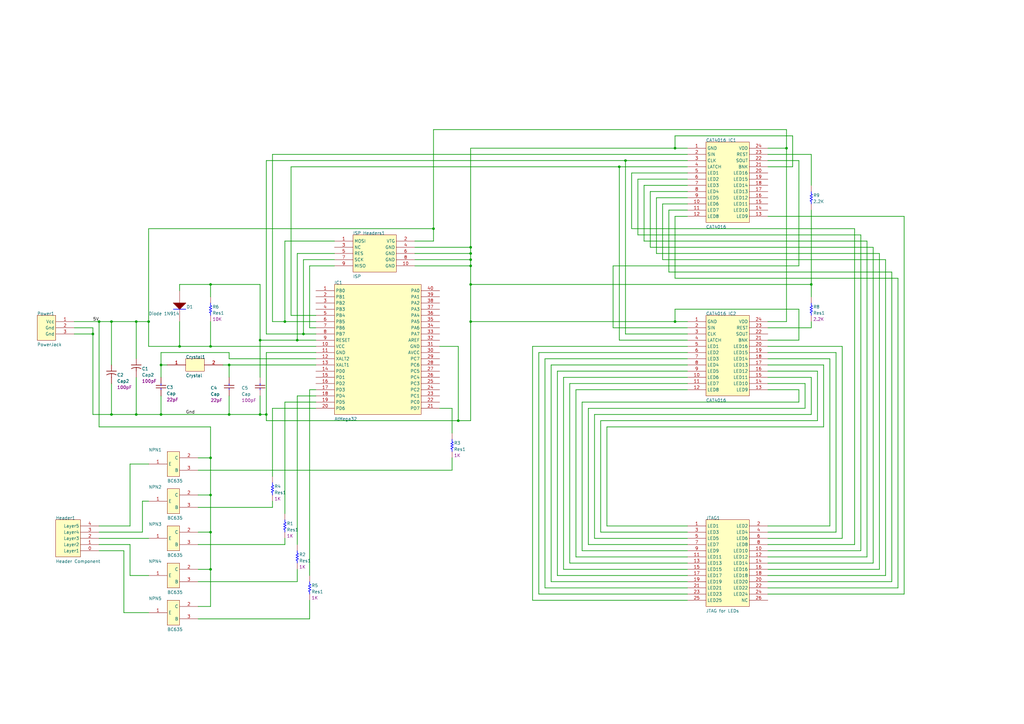
<source format=kicad_sch>
(kicad_sch (version 20231120) (generator "eeschema") (generator_version "8.0")
  (paper "A3")
  (title_block (title "5x5x5 LED Cube"))
  (lib_symbols
    (symbol "LedClock-altium-import:root_0_AtMega32"
      (symbol "root_0_AtMega32_1_0"
        (rectangle (start 20.32 96.52) (end -15.24 43.18) (fill (type background)))
        (pin passive line (at -22.86 93.98 0) (length 7.62) (name "PB0") (number "1"))
        (pin passive line (at -22.86 71.12 0) (length 7.62) (name "VCC") (number "10"))
        (pin passive line (at -22.86 68.58 0) (length 7.62) (name "GND") (number "11"))
        (pin passive line (at -22.86 66.04 0) (length 7.62) (name "XALT2") (number "12"))
        (pin passive line (at -22.86 63.5 0) (length 7.62) (name "XALT1") (number "13"))
        (pin passive line (at -22.86 60.96 0) (length 7.62) (name "PD0") (number "14"))
        (pin passive line (at -22.86 58.42 0) (length 7.62) (name "PD1") (number "15"))
        (pin passive line (at -22.86 55.88 0) (length 7.62) (name "PD2") (number "16"))
        (pin passive line (at -22.86 53.34 0) (length 7.62) (name "PD3") (number "17"))
        (pin passive line (at -22.86 50.8 0) (length 7.62) (name "PD4") (number "18"))
        (pin passive line (at -22.86 48.26 0) (length 7.62) (name "PD5") (number "19"))
        (pin passive line (at -22.86 91.44 0) (length 7.62) (name "PB1") (number "2"))
        (pin passive line (at -22.86 45.72 0) (length 7.62) (name "PD6") (number "20"))
        (pin passive line (at 27.94 45.72 180) (length 7.62) (name "PD7") (number "21"))
        (pin passive line (at 27.94 48.26 180) (length 7.62) (name "PC0") (number "22"))
        (pin passive line (at 27.94 50.8 180) (length 7.62) (name "PC1") (number "23"))
        (pin passive line (at 27.94 53.34 180) (length 7.62) (name "PC2") (number "24"))
        (pin passive line (at 27.94 55.88 180) (length 7.62) (name "PC3") (number "25"))
        (pin passive line (at 27.94 58.42 180) (length 7.62) (name "PC4") (number "26"))
        (pin passive line (at 27.94 60.96 180) (length 7.62) (name "PC5") (number "27"))
        (pin passive line (at 27.94 63.5 180) (length 7.62) (name "PC6") (number "28"))
        (pin passive line (at 27.94 66.04 180) (length 7.62) (name "PC7") (number "29"))
        (pin passive line (at -22.86 88.9 0) (length 7.62) (name "PB2") (number "3"))
        (pin passive line (at 27.94 68.58 180) (length 7.62) (name "AVCC") (number "30"))
        (pin passive line (at 27.94 71.12 180) (length 7.62) (name "GND") (number "31"))
        (pin passive line (at 27.94 73.66 180) (length 7.62) (name "AREF") (number "32"))
        (pin passive line (at 27.94 76.2 180) (length 7.62) (name "PA7") (number "33"))
        (pin passive line (at 27.94 78.74 180) (length 7.62) (name "PA6") (number "34"))
        (pin passive line (at 27.94 81.28 180) (length 7.62) (name "PA5") (number "35"))
        (pin passive line (at 27.94 83.82 180) (length 7.62) (name "PA4") (number "36"))
        (pin passive line (at 27.94 86.36 180) (length 7.62) (name "PA3") (number "37"))
        (pin passive line (at 27.94 88.9 180) (length 7.62) (name "PA2") (number "38"))
        (pin passive line (at 27.94 91.44 180) (length 7.62) (name "PA1") (number "39"))
        (pin passive line (at -22.86 86.36 0) (length 7.62) (name "PB3") (number "4"))
        (pin passive line (at 27.94 93.98 180) (length 7.62) (name "PA0") (number "40"))
        (pin passive line (at -22.86 83.82 0) (length 7.62) (name "PB4") (number "5"))
        (pin passive line (at -22.86 81.28 0) (length 7.62) (name "PB5") (number "6"))
        (pin passive line (at -22.86 78.74 0) (length 7.62) (name "PB6") (number "7"))
        (pin passive line (at -22.86 76.2 0) (length 7.62) (name "PB7") (number "8"))
        (pin passive line (at -22.86 73.66 0) (length 7.62) (name "RESET") (number "9"))
      )
    )
    (symbol "LedClock-altium-import:root_0_BC635"
      (symbol "root_0_BC635_1_0"
        (rectangle (start 7.62 -2.54) (end 2.54 -12.7) (fill (type background)))
        (pin passive line (at -5.08 -7.62 0) (length 7.62) (name "E") (number "1"))
        (pin passive line (at 15.24 -5.08 180) (length 7.62) (name "C") (number "2"))
        (pin passive line (at 15.24 -10.16 180) (length 7.62) (name "B") (number "3"))
      )
    )
    (symbol "LedClock-altium-import:root_0_Component_1"
      (symbol "root_0_Component_1_1_0"
        (rectangle (start 10.16 25.4) (end -7.62 -10.16) (fill (type background)))
        (pin passive line (at -15.24 22.86 0) (length 7.62) (name "LED1") (number "1"))
        (pin passive line (at 17.78 12.7 180) (length 7.62) (name "LED10") (number "10"))
        (pin passive line (at -15.24 10.16 0) (length 7.62) (name "LED11") (number "11"))
        (pin passive line (at 17.78 10.16 180) (length 7.62) (name "LED12") (number "12"))
        (pin passive line (at -15.24 7.62 0) (length 7.62) (name "LED13") (number "13"))
        (pin passive line (at 17.78 7.62 180) (length 7.62) (name "LED14") (number "14"))
        (pin passive line (at -15.24 5.08 0) (length 7.62) (name "LED15") (number "15"))
        (pin passive line (at 17.78 5.08 180) (length 7.62) (name "LED16") (number "16"))
        (pin passive line (at -15.24 2.54 0) (length 7.62) (name "LED17") (number "17"))
        (pin passive line (at 17.78 2.54 180) (length 7.62) (name "LED18") (number "18"))
        (pin passive line (at -15.24 0 0) (length 7.62) (name "LED19") (number "19"))
        (pin passive line (at 17.78 22.86 180) (length 7.62) (name "LED2") (number "2"))
        (pin passive line (at 17.78 0 180) (length 7.62) (name "LED20") (number "20"))
        (pin passive line (at -15.24 -2.54 0) (length 7.62) (name "LED21") (number "21"))
        (pin passive line (at 17.78 -2.54 180) (length 7.62) (name "LED22") (number "22"))
        (pin passive line (at -15.24 -5.08 0) (length 7.62) (name "LED23") (number "23"))
        (pin passive line (at 17.78 -5.08 180) (length 7.62) (name "LED24") (number "24"))
        (pin passive line (at -15.24 -7.62 0) (length 7.62) (name "LED25") (number "25"))
        (pin passive line (at 17.78 -7.62 180) (length 7.62) (name "NC") (number "26"))
        (pin passive line (at -15.24 20.32 0) (length 7.62) (name "LED3") (number "3"))
        (pin passive line (at 17.78 20.32 180) (length 7.62) (name "LED4") (number "4"))
        (pin passive line (at -15.24 17.78 0) (length 7.62) (name "LED5") (number "5"))
        (pin passive line (at 17.78 17.78 180) (length 7.62) (name "LED6") (number "6"))
        (pin passive line (at -15.24 15.24 0) (length 7.62) (name "LED7") (number "7"))
        (pin passive line (at 17.78 15.24 180) (length 7.62) (name "LED8") (number "8"))
        (pin passive line (at -15.24 12.7 0) (length 7.62) (name "LED9") (number "9"))
      )
    )
    (symbol "LedClock-altium-import:root_0_Crystal"
      (symbol "root_0_Crystal_1_0"
        (rectangle (start 0 2.54) (end -7.62 -2.54) (fill (type background)))
        (pin passive line (at -15.24 0 0) (length 7.62) (name "") (number "1"))
        (pin passive line (at 7.62 0 180) (length 7.62) (name "") (number "2"))
      )
    )
    (symbol "LedClock-altium-import:root_0_IC"
      (symbol "root_0_IC_1_0"
        (rectangle (start 10.16 17.78) (end -7.62 -15.24) (fill (type background)))
        (pin passive line (at -15.24 15.24 0) (length 7.62) (name "GND") (number "1"))
        (pin passive line (at -15.24 -7.62 0) (length 7.62) (name "LED6") (number "10"))
        (pin passive line (at -15.24 -10.16 0) (length 7.62) (name "LED7") (number "11"))
        (pin passive line (at -15.24 -12.7 0) (length 7.62) (name "LED8") (number "12"))
        (pin passive line (at 17.78 -12.7 180) (length 7.62) (name "LED9") (number "13"))
        (pin passive line (at 17.78 -10.16 180) (length 7.62) (name "LED10") (number "14"))
        (pin passive line (at 17.78 -7.62 180) (length 7.62) (name "LED11") (number "15"))
        (pin passive line (at 17.78 -5.08 180) (length 7.62) (name "LED12") (number "16"))
        (pin passive line (at 17.78 -2.54 180) (length 7.62) (name "LED13") (number "17"))
        (pin passive line (at 17.78 0 180) (length 7.62) (name "LED14") (number "18"))
        (pin passive line (at 17.78 2.54 180) (length 7.62) (name "LED15") (number "19"))
        (pin passive line (at -15.24 12.7 0) (length 7.62) (name "SIN") (number "2"))
        (pin passive line (at 17.78 5.08 180) (length 7.62) (name "LED16") (number "20"))
        (pin passive line (at 17.78 7.62 180) (length 7.62) (name "BNK") (number "21"))
        (pin passive line (at 17.78 10.16 180) (length 7.62) (name "SOUT") (number "22"))
        (pin passive line (at 17.78 12.7 180) (length 7.62) (name "REST") (number "23"))
        (pin passive line (at 17.78 15.24 180) (length 7.62) (name "VDD") (number "24"))
        (pin passive line (at -15.24 10.16 0) (length 7.62) (name "CLK") (number "3"))
        (pin passive line (at -15.24 7.62 0) (length 7.62) (name "LATCH") (number "4"))
        (pin passive line (at -15.24 5.08 0) (length 7.62) (name "LED1") (number "5"))
        (pin passive line (at -15.24 2.54 0) (length 7.62) (name "LED2") (number "6"))
        (pin passive line (at -15.24 0 0) (length 7.62) (name "LED3") (number "7"))
        (pin passive line (at -15.24 -2.54 0) (length 7.62) (name "LED4") (number "8"))
        (pin passive line (at -15.24 -5.08 0) (length 7.62) (name "LED5") (number "9"))
      )
    )
    (symbol "LedClock-altium-import:root_0_ISP"
      (symbol "root_0_ISP_1_0"
        (rectangle (start 12.7 7.62) (end -5.08 -7.62) (fill (type background)))
        (pin passive line (at -12.7 5.08 0) (length 7.62) (name "MOSI") (number "1"))
        (pin passive line (at 20.32 -5.08 180) (length 7.62) (name "GND") (number "10"))
        (pin passive line (at 20.32 5.08 180) (length 7.62) (name "VTG") (number "2"))
        (pin passive line (at -12.7 2.54 0) (length 7.62) (name "NC") (number "3"))
        (pin passive line (at 20.32 2.54 180) (length 7.62) (name "GND") (number "4"))
        (pin passive line (at -12.7 0 0) (length 7.62) (name "RES") (number "5"))
        (pin passive line (at 20.32 0 180) (length 7.62) (name "GND") (number "6"))
        (pin passive line (at -12.7 -2.54 0) (length 7.62) (name "SCK") (number "7"))
        (pin passive line (at 20.32 -2.54 180) (length 7.62) (name "GND") (number "8"))
        (pin passive line (at -12.7 -5.08 0) (length 7.62) (name "MISO") (number "9"))
      )
    )
    (symbol "LedClock-altium-import:root_0_PowerJack"
      (symbol "root_0_PowerJack_1_0"
        (rectangle (start 5.08 2.54) (end -2.54 -7.62) (fill (type background)))
        (pin passive line (at 12.7 0 180) (length 7.62) (name "Vcc") (number "1"))
        (pin passive line (at 12.7 -2.54 180) (length 7.62) (name "Gnd") (number "2"))
        (pin passive line (at 12.7 -5.08 180) (length 7.62) (name "Gnd") (number "3"))
      )
    )
    (symbol "LedClock-altium-import:root_1_Cap"
      (symbol "root_1_Cap_1_0"
        (polyline (pts (xy 0.508 1.778) (xy 4.572 1.778)) (stroke (width 0.254)))
        (polyline (pts (xy 2.54 0) (xy 2.54 0.762)) (stroke (width 0.254) (color 0 0 255 1)))
        (polyline (pts (xy 2.54 2.54) (xy 2.54 1.778)) (stroke (width 0.254) (color 0 0 255 1)))
        (polyline (pts (xy 4.572 0.762) (xy 0.508 0.762)) (stroke (width 0.254)))
        (pin passive line (at 2.54 -2.54 90) (length 2.54) (name "1") (number "1"))
        (pin passive line (at 2.54 5.08 270) (length 2.54) (name "2") (number "2"))
      )
    )
    (symbol "LedClock-altium-import:root_1_Res1"
      (symbol "root_1_Res1_1_0"
        (polyline (pts (xy 2.54 5.08) (xy 2.54 4.064) (xy 3.048 3.81) (xy 2.032 3.302) (xy 3.048 2.794) (xy 2.032 2.286) (xy 3.048 1.778) (xy 2.032 1.27) (xy 2.54 1.016) (xy 2.54 0)) (stroke (width 0.254) (color 0 0 255 1)))
        (pin passive line (at 2.54 -2.54 90) (length 2.54) (name "1") (number "1"))
        (pin passive line (at 2.54 7.62 270) (length 2.54) (name "2") (number "2"))
      )
    )
    (symbol "LedClock-altium-import:root_2_Component_1"
      (symbol "root_2_Component_1_1_0"
        (rectangle (start 5.08 7.62) (end -5.08 -7.62) (fill (type background)))
        (pin passive line (at 12.7 -5.08 180) (length 7.62) (name "Layer1") (number "0"))
        (pin passive line (at 12.7 -2.54 180) (length 7.62) (name "Layer2") (number "1"))
        (pin passive line (at 12.7 0 180) (length 7.62) (name "Layer3") (number "2"))
        (pin passive line (at 12.7 2.54 180) (length 7.62) (name "Layer4") (number "3"))
        (pin passive line (at 12.7 5.08 180) (length 7.62) (name "Layer5") (number "4"))
      )
    )
    (symbol "LedClock-altium-import:root_3_Cap2"
      (symbol "root_3_Cap2_1_0"
        (arc (start -2.54 -1.016) (mid -3.5575 -1.1454) (end -4.5103 -1.5255) (stroke (width 0.254)))
        (arc (start -0.5697 -1.5255) (mid -1.5224 -1.1454) (end -2.54 -1.016) (stroke (width 0.254)))
        (polyline (pts (xy -4.572 0) (xy -0.508 0)) (stroke (width 0.254)))
        (polyline (pts (xy -2.54 -1.016) (xy -2.54 -2.54)) (stroke (width 0.254)))
        (pin passive line (at -2.54 2.54 270) (length 2.54) (name "1") (number "1"))
        (pin passive line (at -2.54 -5.08 90) (length 2.54) (name "2") (number "2"))
      )
    )
    (symbol "LedClock-altium-import:root_3_Diode 1N914"
      (symbol "root_3_Diode 1N914_1_0"
        (polyline (pts (xy 0 -2.54) (xy -5.08 -2.54)) (stroke (width 0.254) (color 0 0 255 1)))
        (polyline (pts (xy -5.08 0) (xy -2.54 -2.54) (xy 0 0) (xy -5.08 0)) (stroke (width 0.254)) (fill (type outline)))
        (pin passive line (at -2.54 5.08 270) (length 5.08) (name "A") (number "1"))
        (pin passive line (at -2.54 -7.62 90) (length 5.08) (name "K") (number "2"))
      )
    )
    (symbol "LedClock-altium-import:root_3_Res1"
      (symbol "root_3_Res1_1_0"
        (polyline (pts (xy -2.54 -5.08) (xy -2.54 -4.064) (xy -3.048 -3.81) (xy -2.032 -3.302) (xy -3.048 -2.794) (xy -2.032 -2.286) (xy -3.048 -1.778) (xy -2.032 -1.27) (xy -2.54 -1.016) (xy -2.54 0)) (stroke (width 0.254) (color 0 0 255 1)))
        (pin passive line (at -2.54 2.54 270) (length 2.54) (name "1") (number "1"))
        (pin passive line (at -2.54 -7.62 90) (length 2.54) (name "2") (number "2"))
      )
    )
  )
  (junction (at 254 68.4022))
  (junction (at 86.36 218.2622))
  (junction (at 86.36 203.0222))
  (junction (at 187.96 172.5422))
  (junction (at 73.66 142.0622))
  (junction (at 93.98 170.0022))
  (junction (at 106.68 139.5222))
  (junction (at 106.68 170.0022))
  (junction (at 193.04 109.0422))
  (junction (at 86.36 233.5022))
  (junction (at 193.04 116.6622))
  (junction (at 66.04 149.6822))
  (junction (at 45.72 170.0022))
  (junction (at 177.8 93.8022))
  (junction (at 276.86 131.9022))
  (junction (at 55.88 170.0022))
  (junction (at 332.74 116.6622))
  (junction (at 66.04 170.0022))
  (junction (at 55.88 131.9022))
  (junction (at 40.64 131.9022))
  (junction (at 86.36 187.7822))
  (junction (at 193.04 101.4222))
  (junction (at 86.36 116.6622))
  (junction (at 124.46 136.9822))
  (junction (at 38.1 136.9822))
  (junction (at 93.98 149.6822))
  (junction (at 60.96 131.9022))
  (junction (at 116.84 131.9022))
  (junction (at 193.04 131.9022))
  (junction (at 322.58 60.7822))
  (junction (at 193.04 103.9622))
  (junction (at 86.36 142.0622))
  (junction (at 193.04 106.5022))
  (junction (at 45.72 131.9022))
  (junction (at 276.86 60.7822))
  (junction (at 256.54 65.8622))
  (junction (at 109.22 170.0022))
  (junction (at 121.92 139.5222))
  (wire (pts (xy 55.88 170.0022) (xy 66.04 170.0022)) (stroke (width 0.254)))
  (wire (pts (xy 111.76 167.4622) (xy 111.76 195.4022)) (stroke (width 0.254)))
  (wire (pts (xy 363.22 236.0422) (xy 363.22 106.5022)) (stroke (width 0.254)))
  (wire (pts (xy 187.96 172.5422) (xy 109.22 172.5422)) (stroke (width 0.254)))
  (wire (pts (xy 40.64 175.0822) (xy 40.64 131.9022)) (stroke (width 0.254)))
  (wire (pts (xy 335.28 152.2222) (xy 314.96 152.2222)) (stroke (width 0.254)))
  (wire (pts (xy 109.22 65.8622) (xy 256.54 65.8622)) (stroke (width 0.254)))
  (wire (pts (xy 38.1 134.4422) (xy 38.1 136.9822)) (stroke (width 0.254)))
  (wire (pts (xy 345.44 220.8022) (xy 314.96 220.8022)) (stroke (width 0.254)))
  (wire (pts (xy 55.88 147.1422) (xy 55.88 131.9022)) (stroke (width 0.254)))
  (wire (pts (xy 218.44 142.0622) (xy 218.44 246.2022)) (stroke (width 0.254)))
  (wire (pts (xy 314.96 65.8622) (xy 327.66 65.8622)) (stroke (width 0.254)))
  (wire (pts (xy 86.36 187.7822) (xy 86.36 175.0822)) (stroke (width 0.254)))
  (wire (pts (xy 93.98 154.7622) (xy 93.98 149.6822)) (stroke (width 0.254)))
  (wire (pts (xy 281.94 218.2622) (xy 246.38 218.2622)) (stroke (width 0.254)))
  (wire (pts (xy 116.84 131.9022) (xy 111.76 131.9022)) (stroke (width 0.254)))
  (wire (pts (xy 137.16 98.8822) (xy 116.84 98.8822)) (stroke (width 0.254)))
  (wire (pts (xy 45.72 157.3022) (xy 45.72 170.0022)) (stroke (width 0.254)))
  (wire (pts (xy 38.1 170.0022) (xy 45.72 170.0022)) (stroke (width 0.254)))
  (wire (pts (xy 274.32 111.5822) (xy 365.76 111.5822)) (stroke (width 0.254)))
  (wire (pts (xy 332.74 116.6622) (xy 193.04 116.6622)) (stroke (width 0.254)))
  (wire (pts (xy 127 109.0422) (xy 127 134.4422)) (stroke (width 0.254)))
  (wire (pts (xy 170.18 109.0422) (xy 193.04 109.0422)) (stroke (width 0.254)))
  (wire (pts (xy 45.72 170.0022) (xy 55.88 170.0022)) (stroke (width 0.254)))
  (wire (pts (xy 220.98 144.6022) (xy 281.94 144.6022)) (stroke (width 0.254)))
  (wire (pts (xy 119.38 129.3622) (xy 119.38 68.4022)) (stroke (width 0.254)))
  (wire (pts (xy 276.86 60.7822) (xy 193.04 60.7822)) (stroke (width 0.254)))
  (wire (pts (xy 325.12 55.7022) (xy 276.86 55.7022)) (stroke (width 0.254)))
  (wire (pts (xy 170.18 101.4222) (xy 193.04 101.4222)) (stroke (width 0.254)))
  (wire (pts (xy 111.76 208.1022) (xy 81.28 208.1022)) (stroke (width 0.254)))
  (wire (pts (xy 129.54 147.1422) (xy 93.98 147.1422)) (stroke (width 0.254)))
  (wire (pts (xy 53.34 236.0422) (xy 53.34 223.3422)) (stroke (width 0.254)))
  (wire (pts (xy 281.94 149.6822) (xy 226.06 149.6822)) (stroke (width 0.254)))
  (wire (pts (xy 269.24 81.1022) (xy 269.24 103.9622)) (stroke (width 0.254)))
  (wire (pts (xy 127 159.8422) (xy 127 236.0422)) (stroke (width 0.254)))
  (wire (pts (xy 185.42 167.4622) (xy 185.42 177.6222)) (stroke (width 0.254)))
  (wire (pts (xy 81.28 203.0222) (xy 86.36 203.0222)) (stroke (width 0.254)))
  (wire (pts (xy 60.96 93.8022) (xy 60.96 131.9022)) (stroke (width 0.254)))
  (wire (pts (xy 353.06 96.3422) (xy 261.62 96.3422)) (stroke (width 0.254)))
  (wire (pts (xy 86.36 187.7822) (xy 86.36 203.0222)) (stroke (width 0.254)))
  (wire (pts (xy 106.68 139.5222) (xy 121.92 139.5222)) (stroke (width 0.254)))
  (wire (pts (xy 180.34 142.0622) (xy 187.96 142.0622)) (stroke (width 0.254)))
  (wire (pts (xy 106.68 116.6622) (xy 106.68 139.5222)) (stroke (width 0.254)))
  (wire (pts (xy 370.84 88.7222) (xy 370.84 243.6622)) (stroke (width 0.254)))
  (wire (pts (xy 177.8 53.1622) (xy 177.8 93.8022)) (stroke (width 0.254)))
  (wire (pts (xy 177.8 98.8822) (xy 177.8 93.8022)) (stroke (width 0.254)))
  (wire (pts (xy 185.42 192.8622) (xy 81.28 192.8622)) (stroke (width 0.254)))
  (wire (pts (xy 116.84 98.8822) (xy 116.84 131.9022)) (stroke (width 0.254)))
  (wire (pts (xy 124.46 136.9822) (xy 109.22 136.9822)) (stroke (width 0.254)))
  (wire (pts (xy 269.24 103.9622) (xy 360.68 103.9622)) (stroke (width 0.254)))
  (wire (pts (xy 332.74 170.0022) (xy 243.84 170.0022)) (stroke (width 0.254)))
  (wire (pts (xy 93.98 162.3822) (xy 93.98 170.0022)) (stroke (width 0.254)))
  (wire (pts (xy 106.68 170.0022) (xy 93.98 170.0022)) (stroke (width 0.254)))
  (wire (pts (xy 322.58 53.1622) (xy 177.8 53.1622)) (stroke (width 0.254)))
  (wire (pts (xy 254 139.5222) (xy 281.94 139.5222)) (stroke (width 0.254)))
  (wire (pts (xy 228.6 152.2222) (xy 228.6 236.0422)) (stroke (width 0.254)))
  (wire (pts (xy 330.2 157.3022) (xy 314.96 157.3022)) (stroke (width 0.254)))
  (wire (pts (xy 93.98 144.6022) (xy 66.04 144.6022)) (stroke (width 0.254)))
  (wire (pts (xy 281.94 142.0622) (xy 218.44 142.0622)) (stroke (width 0.254)))
  (wire (pts (xy 129.54 149.6822) (xy 93.98 149.6822)) (stroke (width 0.254)))
  (wire (pts (xy 193.04 131.9022) (xy 193.04 172.5422)) (stroke (width 0.254)))
  (wire (pts (xy 243.84 220.8022) (xy 281.94 220.8022)) (stroke (width 0.254)))
  (wire (pts (xy 360.68 233.5022) (xy 314.96 233.5022)) (stroke (width 0.254)))
  (wire (pts (xy 40.64 131.9022) (xy 45.72 131.9022)) (stroke (width 0.254)))
  (wire (pts (xy 314.96 88.7222) (xy 370.84 88.7222)) (stroke (width 0.254)))
  (wire (pts (xy 193.04 103.9622) (xy 193.04 106.5022)) (stroke (width 0.254)))
  (wire (pts (xy 368.3 114.1222) (xy 368.3 241.1222)) (stroke (width 0.254)))
  (wire (pts (xy 358.14 101.4222) (xy 266.7 101.4222)) (stroke (width 0.254)))
  (wire (pts (xy 124.46 136.9822) (xy 129.54 136.9822)) (stroke (width 0.254)))
  (wire (pts (xy 86.36 175.0822) (xy 40.64 175.0822)) (stroke (width 0.254)))
  (wire (pts (xy 81.28 187.7822) (xy 86.36 187.7822)) (stroke (width 0.254)))
  (wire (pts (xy 93.98 149.6822) (xy 91.44 149.6822)) (stroke (width 0.254)))
  (wire (pts (xy 116.84 223.3422) (xy 81.28 223.3422)) (stroke (width 0.254)))
  (wire (pts (xy 368.3 241.1222) (xy 314.96 241.1222)) (stroke (width 0.254)))
  (wire (pts (xy 170.18 98.8822) (xy 177.8 98.8822)) (stroke (width 0.254)))
  (wire (pts (xy 248.92 215.7222) (xy 281.94 215.7222)) (stroke (width 0.254)))
  (wire (pts (xy 60.96 190.3222) (xy 53.34 190.3222)) (stroke (width 0.254)))
  (wire (pts (xy 30.48 136.9822) (xy 38.1 136.9822)) (stroke (width 0.254)))
  (wire (pts (xy 231.14 233.5022) (xy 231.14 154.7622)) (stroke (width 0.254)))
  (wire (pts (xy 266.7 78.5622) (xy 281.94 78.5622)) (stroke (width 0.254)))
  (wire (pts (xy 129.54 164.9222) (xy 116.84 164.9222)) (stroke (width 0.254)))
  (wire (pts (xy 73.66 116.6622) (xy 86.36 116.6622)) (stroke (width 0.254)))
  (wire (pts (xy 124.46 106.5022) (xy 124.46 136.9822)) (stroke (width 0.254)))
  (wire (pts (xy 119.38 68.4022) (xy 254 68.4022)) (stroke (width 0.254)))
  (wire (pts (xy 342.9 218.2622) (xy 314.96 218.2622)) (stroke (width 0.254)))
  (wire (pts (xy 314.96 134.4422) (xy 332.74 134.4422)) (stroke (width 0.254)))
  (wire (pts (xy 226.06 149.6822) (xy 226.06 238.5822)) (stroke (width 0.254)))
  (wire (pts (xy 259.08 93.8022) (xy 350.52 93.8022)) (stroke (width 0.254)))
  (wire (pts (xy 116.84 220.8022) (xy 116.84 223.3422)) (stroke (width 0.254)))
  (wire (pts (xy 332.74 76.0222) (xy 332.74 63.3222)) (stroke (width 0.254)))
  (wire (pts (xy 60.96 205.5622) (xy 58.42 205.5622)) (stroke (width 0.254)))
  (wire (pts (xy 50.8 251.2822) (xy 60.96 251.2822)) (stroke (width 0.254)))
  (wire (pts (xy 314.96 142.0622) (xy 345.44 142.0622)) (stroke (width 0.254)))
  (wire (pts (xy 281.94 88.7222) (xy 276.86 88.7222)) (stroke (width 0.254)))
  (wire (pts (xy 129.54 159.8422) (xy 127 159.8422)) (stroke (width 0.254)))
  (wire (pts (xy 129.54 162.3822) (xy 121.92 162.3822)) (stroke (width 0.254)))
  (wire (pts (xy 58.42 205.5622) (xy 58.42 218.2622)) (stroke (width 0.254)))
  (wire (pts (xy 220.98 243.6622) (xy 220.98 144.6022)) (stroke (width 0.254)))
  (wire (pts (xy 129.54 167.4622) (xy 111.76 167.4622)) (stroke (width 0.254)))
  (wire (pts (xy 355.6 98.8822) (xy 355.6 228.4222)) (stroke (width 0.254)))
  (wire (pts (xy 314.96 60.7822) (xy 322.58 60.7822)) (stroke (width 0.254)))
  (wire (pts (xy 365.76 111.5822) (xy 365.76 238.5822)) (stroke (width 0.254)))
  (wire (pts (xy 40.64 225.8822) (xy 50.8 225.8822)) (stroke (width 0.254)))
  (wire (pts (xy 327.66 109.0422) (xy 251.46 109.0422)) (stroke (width 0.254)))
  (wire (pts (xy 276.86 131.9022) (xy 193.04 131.9022)) (stroke (width 0.254)))
  (wire (pts (xy 281.94 65.8622) (xy 256.54 65.8622)) (stroke (width 0.254)))
  (wire (pts (xy 236.22 228.4222) (xy 236.22 159.8422)) (stroke (width 0.254)))
  (wire (pts (xy 314.96 230.9622) (xy 358.14 230.9622)) (stroke (width 0.254)))
  (wire (pts (xy 233.68 157.3022) (xy 233.68 230.9622)) (stroke (width 0.254)))
  (wire (pts (xy 314.96 144.6022) (xy 342.9 144.6022)) (stroke (width 0.254)))
  (wire (pts (xy 86.36 248.7422) (xy 86.36 233.5022)) (stroke (width 0.254)))
  (wire (pts (xy 345.44 142.0622) (xy 345.44 220.8022)) (stroke (width 0.254)))
  (wire (pts (xy 314.96 149.6822) (xy 337.82 149.6822)) (stroke (width 0.254)))
  (wire (pts (xy 66.04 149.6822) (xy 68.58 149.6822)) (stroke (width 0.254)))
  (wire (pts (xy 332.74 121.7422) (xy 332.74 116.6622)) (stroke (width 0.254)))
  (wire (pts (xy 281.94 81.1022) (xy 269.24 81.1022)) (stroke (width 0.254)))
  (wire (pts (xy 127 134.4422) (xy 129.54 134.4422)) (stroke (width 0.254)))
  (wire (pts (xy 254 68.4022) (xy 254 139.5222)) (stroke (width 0.254)))
  (wire (pts (xy 86.36 121.7422) (xy 86.36 116.6622)) (stroke (width 0.254)))
  (wire (pts (xy 251.46 109.0422) (xy 251.46 134.4422)) (stroke (width 0.254)))
  (wire (pts (xy 266.7 101.4222) (xy 266.7 78.5622)) (stroke (width 0.254)))
  (wire (pts (xy 66.04 154.7622) (xy 66.04 149.6822)) (stroke (width 0.254)))
  (wire (pts (xy 129.54 144.6022) (xy 109.22 144.6022)) (stroke (width 0.254)))
  (wire (pts (xy 281.94 70.9422) (xy 259.08 70.9422)) (stroke (width 0.254)))
  (wire (pts (xy 193.04 106.5022) (xy 193.04 109.0422)) (stroke (width 0.254)))
  (wire (pts (xy 109.22 144.6022) (xy 109.22 170.0022)) (stroke (width 0.254)))
  (wire (pts (xy 223.52 147.1422) (xy 223.52 241.1222)) (stroke (width 0.254)))
  (wire (pts (xy 73.66 119.2022) (xy 73.66 116.6622)) (stroke (width 0.254)))
  (wire (pts (xy 109.22 136.9822) (xy 109.22 65.8622)) (stroke (width 0.254)))
  (wire (pts (xy 55.88 131.9022) (xy 45.72 131.9022)) (stroke (width 0.254)))
  (wire (pts (xy 60.96 220.8022) (xy 40.64 220.8022)) (stroke (width 0.254)))
  (wire (pts (xy 111.76 131.9022) (xy 111.76 63.3222)) (stroke (width 0.254)))
  (wire (pts (xy 256.54 136.9822) (xy 281.94 136.9822)) (stroke (width 0.254)))
  (wire (pts (xy 193.04 109.0422) (xy 193.04 116.6622)) (stroke (width 0.254)))
  (wire (pts (xy 276.86 88.7222) (xy 276.86 114.1222)) (stroke (width 0.254)))
  (wire (pts (xy 231.14 154.7622) (xy 281.94 154.7622)) (stroke (width 0.254)))
  (wire (pts (xy 246.38 172.5422) (xy 335.28 172.5422)) (stroke (width 0.254)))
  (wire (pts (xy 73.66 142.0622) (xy 60.96 142.0622)) (stroke (width 0.254)))
  (wire (pts (xy 363.22 106.5022) (xy 271.78 106.5022)) (stroke (width 0.254)))
  (wire (pts (xy 81.28 248.7422) (xy 86.36 248.7422)) (stroke (width 0.254)))
  (wire (pts (xy 58.42 218.2622) (xy 40.64 218.2622)) (stroke (width 0.254)))
  (wire (pts (xy 236.22 159.8422) (xy 281.94 159.8422)) (stroke (width 0.254)))
  (wire (pts (xy 340.36 147.1422) (xy 340.36 215.7222)) (stroke (width 0.254)))
  (wire (pts (xy 116.84 164.9222) (xy 116.84 210.6422)) (stroke (width 0.254)))
  (wire (pts (xy 353.06 225.8822) (xy 353.06 96.3422)) (stroke (width 0.254)))
  (wire (pts (xy 314.96 131.9022) (xy 322.58 131.9022)) (stroke (width 0.254)))
  (wire (pts (xy 314.96 154.7622) (xy 332.74 154.7622)) (stroke (width 0.254)))
  (wire (pts (xy 30.48 134.4422) (xy 38.1 134.4422)) (stroke (width 0.254)))
  (wire (pts (xy 233.68 230.9622) (xy 281.94 230.9622)) (stroke (width 0.254)))
  (wire (pts (xy 314.96 236.0422) (xy 363.22 236.0422)) (stroke (width 0.254)))
  (wire (pts (xy 109.22 170.0022) (xy 106.68 170.0022)) (stroke (width 0.254)))
  (wire (pts (xy 185.42 187.7822) (xy 185.42 192.8622)) (stroke (width 0.254)))
  (wire (pts (xy 193.04 101.4222) (xy 193.04 103.9622)) (stroke (width 0.254)))
  (wire (pts (xy 86.36 142.0622) (xy 86.36 131.9022)) (stroke (width 0.254)))
  (wire (pts (xy 121.92 238.5822) (xy 81.28 238.5822)) (stroke (width 0.254)))
  (wire (pts (xy 193.04 116.6622) (xy 193.04 131.9022)) (stroke (width 0.254)))
  (wire (pts (xy 355.6 228.4222) (xy 314.96 228.4222)) (stroke (width 0.254)))
  (wire (pts (xy 127 253.8222) (xy 81.28 253.8222)) (stroke (width 0.254)))
  (wire (pts (xy 281.94 86.1822) (xy 274.32 86.1822)) (stroke (width 0.254)))
  (wire (pts (xy 251.46 134.4422) (xy 281.94 134.4422)) (stroke (width 0.254)))
  (wire (pts (xy 370.84 243.6622) (xy 314.96 243.6622)) (stroke (width 0.254)))
  (wire (pts (xy 314.96 147.1422) (xy 340.36 147.1422)) (stroke (width 0.254)))
  (wire (pts (xy 327.66 164.9222) (xy 238.76 164.9222)) (stroke (width 0.254)))
  (wire (pts (xy 129.54 129.3622) (xy 119.38 129.3622)) (stroke (width 0.254)))
  (wire (pts (xy 60.96 131.9022) (xy 55.88 131.9022)) (stroke (width 0.254)))
  (wire (pts (xy 248.92 175.0822) (xy 248.92 215.7222)) (stroke (width 0.254)))
  (wire (pts (xy 281.94 228.4222) (xy 236.22 228.4222)) (stroke (width 0.254)))
  (wire (pts (xy 137.16 109.0422) (xy 127 109.0422)) (stroke (width 0.254)))
  (wire (pts (xy 337.82 149.6822) (xy 337.82 175.0822)) (stroke (width 0.254)))
  (wire (pts (xy 170.18 103.9622) (xy 193.04 103.9622)) (stroke (width 0.254)))
  (wire (pts (xy 281.94 147.1422) (xy 223.52 147.1422)) (stroke (width 0.254)))
  (wire (pts (xy 332.74 134.4422) (xy 332.74 131.9022)) (stroke (width 0.254)))
  (wire (pts (xy 121.92 103.9622) (xy 121.92 139.5222)) (stroke (width 0.254)))
  (wire (pts (xy 86.36 233.5022) (xy 81.28 233.5022)) (stroke (width 0.254)))
  (wire (pts (xy 256.54 65.8622) (xy 256.54 136.9822)) (stroke (width 0.254)))
  (wire (pts (xy 281.94 243.6622) (xy 220.98 243.6622)) (stroke (width 0.254)))
  (wire (pts (xy 30.48 131.9022) (xy 40.64 131.9022)) (stroke (width 0.254)))
  (wire (pts (xy 109.22 172.5422) (xy 109.22 170.0022)) (stroke (width 0.254)))
  (wire (pts (xy 327.66 65.8622) (xy 327.66 109.0422)) (stroke (width 0.254)))
  (wire (pts (xy 180.34 167.4622) (xy 185.42 167.4622)) (stroke (width 0.254)))
  (wire (pts (xy 322.58 60.7822) (xy 322.58 53.1622)) (stroke (width 0.254)))
  (wire (pts (xy 93.98 170.0022) (xy 66.04 170.0022)) (stroke (width 0.254)))
  (wire (pts (xy 55.88 154.7622) (xy 55.88 170.0022)) (stroke (width 0.254)))
  (wire (pts (xy 60.96 142.0622) (xy 60.96 131.9022)) (stroke (width 0.254)))
  (wire (pts (xy 271.78 106.5022) (xy 271.78 83.6422)) (stroke (width 0.254)))
  (wire (pts (xy 261.62 96.3422) (xy 261.62 73.4822)) (stroke (width 0.254)))
  (wire (pts (xy 276.86 55.7022) (xy 276.86 60.7822)) (stroke (width 0.254)))
  (wire (pts (xy 332.74 154.7622) (xy 332.74 170.0022)) (stroke (width 0.254)))
  (wire (pts (xy 137.16 106.5022) (xy 124.46 106.5022)) (stroke (width 0.254)))
  (wire (pts (xy 60.96 236.0422) (xy 53.34 236.0422)) (stroke (width 0.254)))
  (wire (pts (xy 259.08 70.9422) (xy 259.08 93.8022)) (stroke (width 0.254)))
  (wire (pts (xy 281.94 233.5022) (xy 231.14 233.5022)) (stroke (width 0.254)))
  (wire (pts (xy 116.84 131.9022) (xy 129.54 131.9022)) (stroke (width 0.254)))
  (wire (pts (xy 53.34 223.3422) (xy 40.64 223.3422)) (stroke (width 0.254)))
  (wire (pts (xy 322.58 131.9022) (xy 322.58 60.7822)) (stroke (width 0.254)))
  (wire (pts (xy 38.1 136.9822) (xy 38.1 170.0022)) (stroke (width 0.254)))
  (wire (pts (xy 314.96 225.8822) (xy 353.06 225.8822)) (stroke (width 0.254)))
  (wire (pts (xy 226.06 238.5822) (xy 281.94 238.5822)) (stroke (width 0.254)))
  (wire (pts (xy 111.76 205.5622) (xy 111.76 208.1022)) (stroke (width 0.254)))
  (wire (pts (xy 106.68 154.7622) (xy 106.68 139.5222)) (stroke (width 0.254)))
  (wire (pts (xy 264.16 76.0222) (xy 264.16 98.8822)) (stroke (width 0.254)))
  (wire (pts (xy 281.94 157.3022) (xy 233.68 157.3022)) (stroke (width 0.254)))
  (wire (pts (xy 81.28 218.2622) (xy 86.36 218.2622)) (stroke (width 0.254)))
  (wire (pts (xy 238.76 225.8822) (xy 281.94 225.8822)) (stroke (width 0.254)))
  (wire (pts (xy 332.74 116.6622) (xy 332.74 86.1822)) (stroke (width 0.254)))
  (wire (pts (xy 330.2 167.4622) (xy 330.2 157.3022)) (stroke (width 0.254)))
  (wire (pts (xy 276.86 114.1222) (xy 368.3 114.1222)) (stroke (width 0.254)))
  (wire (pts (xy 350.52 93.8022) (xy 350.52 223.3422)) (stroke (width 0.254)))
  (wire (pts (xy 86.36 116.6622) (xy 106.68 116.6622)) (stroke (width 0.254)))
  (wire (pts (xy 281.94 131.9022) (xy 276.86 131.9022)) (stroke (width 0.254)))
  (wire (pts (xy 276.86 126.8222) (xy 276.86 131.9022)) (stroke (width 0.254)))
  (wire (pts (xy 111.76 63.3222) (xy 281.94 63.3222)) (stroke (width 0.254)))
  (wire (pts (xy 264.16 98.8822) (xy 355.6 98.8822)) (stroke (width 0.254)))
  (wire (pts (xy 281.94 76.0222) (xy 264.16 76.0222)) (stroke (width 0.254)))
  (wire (pts (xy 223.52 241.1222) (xy 281.94 241.1222)) (stroke (width 0.254)))
  (wire (pts (xy 327.66 126.8222) (xy 276.86 126.8222)) (stroke (width 0.254)))
  (wire (pts (xy 281.94 223.3422) (xy 241.3 223.3422)) (stroke (width 0.254)))
  (wire (pts (xy 281.94 152.2222) (xy 228.6 152.2222)) (stroke (width 0.254)))
  (wire (pts (xy 274.32 86.1822) (xy 274.32 111.5822)) (stroke (width 0.254)))
  (wire (pts (xy 238.76 164.9222) (xy 238.76 225.8822)) (stroke (width 0.254)))
  (wire (pts (xy 358.14 230.9622) (xy 358.14 101.4222)) (stroke (width 0.254)))
  (wire (pts (xy 121.92 139.5222) (xy 129.54 139.5222)) (stroke (width 0.254)))
  (wire (pts (xy 218.44 246.2022) (xy 281.94 246.2022)) (stroke (width 0.254)))
  (wire (pts (xy 93.98 147.1422) (xy 93.98 144.6022)) (stroke (width 0.254)))
  (wire (pts (xy 350.52 223.3422) (xy 314.96 223.3422)) (stroke (width 0.254)))
  (wire (pts (xy 314.96 159.8422) (xy 327.66 159.8422)) (stroke (width 0.254)))
  (wire (pts (xy 86.36 218.2622) (xy 86.36 233.5022)) (stroke (width 0.254)))
  (wire (pts (xy 340.36 215.7222) (xy 314.96 215.7222)) (stroke (width 0.254)))
  (wire (pts (xy 45.72 131.9022) (xy 45.72 149.6822)) (stroke (width 0.254)))
  (wire (pts (xy 193.04 172.5422) (xy 187.96 172.5422)) (stroke (width 0.254)))
  (wire (pts (xy 325.12 68.4022) (xy 325.12 55.7022)) (stroke (width 0.254)))
  (wire (pts (xy 73.66 131.9022) (xy 73.66 142.0622)) (stroke (width 0.254)))
  (wire (pts (xy 66.04 144.6022) (xy 66.04 149.6822)) (stroke (width 0.254)))
  (wire (pts (xy 66.04 170.0022) (xy 66.04 162.3822)) (stroke (width 0.254)))
  (wire (pts (xy 243.84 170.0022) (xy 243.84 220.8022)) (stroke (width 0.254)))
  (wire (pts (xy 193.04 60.7822) (xy 193.04 101.4222)) (stroke (width 0.254)))
  (wire (pts (xy 73.66 142.0622) (xy 86.36 142.0622)) (stroke (width 0.254)))
  (wire (pts (xy 281.94 68.4022) (xy 254 68.4022)) (stroke (width 0.254)))
  (wire (pts (xy 86.36 203.0222) (xy 86.36 218.2622)) (stroke (width 0.254)))
  (wire (pts (xy 106.68 162.3822) (xy 106.68 170.0022)) (stroke (width 0.254)))
  (wire (pts (xy 121.92 162.3822) (xy 121.92 223.3422)) (stroke (width 0.254)))
  (wire (pts (xy 127 246.2022) (xy 127 253.8222)) (stroke (width 0.254)))
  (wire (pts (xy 241.3 223.3422) (xy 241.3 167.4622)) (stroke (width 0.254)))
  (wire (pts (xy 137.16 103.9622) (xy 121.92 103.9622)) (stroke (width 0.254)))
  (wire (pts (xy 246.38 218.2622) (xy 246.38 172.5422)) (stroke (width 0.254)))
  (wire (pts (xy 53.34 215.7222) (xy 40.64 215.7222)) (stroke (width 0.254)))
  (wire (pts (xy 365.76 238.5822) (xy 314.96 238.5822)) (stroke (width 0.254)))
  (wire (pts (xy 337.82 175.0822) (xy 248.92 175.0822)) (stroke (width 0.254)))
  (wire (pts (xy 50.8 225.8822) (xy 50.8 251.2822)) (stroke (width 0.254)))
  (wire (pts (xy 261.62 73.4822) (xy 281.94 73.4822)) (stroke (width 0.254)))
  (wire (pts (xy 360.68 103.9622) (xy 360.68 233.5022)) (stroke (width 0.254)))
  (wire (pts (xy 170.18 106.5022) (xy 193.04 106.5022)) (stroke (width 0.254)))
  (wire (pts (xy 129.54 142.0622) (xy 86.36 142.0622)) (stroke (width 0.254)))
  (wire (pts (xy 314.96 139.5222) (xy 327.66 139.5222)) (stroke (width 0.254)))
  (wire (pts (xy 241.3 167.4622) (xy 330.2 167.4622)) (stroke (width 0.254)))
  (wire (pts (xy 327.66 159.8422) (xy 327.66 164.9222)) (stroke (width 0.254)))
  (wire (pts (xy 121.92 233.5022) (xy 121.92 238.5822)) (stroke (width 0.254)))
  (wire (pts (xy 271.78 83.6422) (xy 281.94 83.6422)) (stroke (width 0.254)))
  (wire (pts (xy 228.6 236.0422) (xy 281.94 236.0422)) (stroke (width 0.254)))
  (wire (pts (xy 53.34 190.3222) (xy 53.34 215.7222)) (stroke (width 0.254)))
  (wire (pts (xy 327.66 139.5222) (xy 327.66 126.8222)) (stroke (width 0.254)))
  (wire (pts (xy 332.74 63.3222) (xy 314.96 63.3222)) (stroke (width 0.254)))
  (wire (pts (xy 335.28 172.5422) (xy 335.28 152.2222)) (stroke (width 0.254)))
  (wire (pts (xy 342.9 144.6022) (xy 342.9 218.2622)) (stroke (width 0.254)))
  (wire (pts (xy 187.96 142.0622) (xy 187.96 172.5422)) (stroke (width 0.254)))
  (wire (pts (xy 281.94 60.7822) (xy 276.86 60.7822)) (stroke (width 0.254)))
  (wire (pts (xy 177.8 93.8022) (xy 60.96 93.8022)) (stroke (width 0.254)))
  (wire (pts (xy 314.96 68.4022) (xy 325.12 68.4022)) (stroke (width 0.254)))
  (label "Gnd" (at 76.2 170.0022 0))
  (label "5V" (at 38.1 131.9022 0))
  (symbol (lib_id "LedClock-altium-import:root_1_Cap") (at 91.44 159.8422 0) (unit 1)
    (property "Reference" "C4" (at 86.36 159.8422 0) (effects (justify left bottom)))
    (property "Value" "Cap" (at 86.36 162.3822 0) (effects (justify left bottom)))
    (property "Footprint" "RAD-0.3" (effects (hide yes)))
    (property "PUBLISHED" "8-Jun-2000" (effects (hide yes)))
    (property "LATESTREVISIONDATE" "17-Jul-2002" (effects (hide yes)))
    (property "LATESTREVISIONNOTE" "Re-released for DXP Platform." (effects (hide yes)))
    (property "PACKAGEREFERENCE" "RAD-0.3" (effects (hide yes)))
    (property "PUBLISHER" "Altium Limited" (effects (hide yes)))
    (property "PACKAGEDESCRIPTION" "Radial Cap, Thru-Hole; 2 Leads; 0.3 in Pin Spacing" (effects (hide yes)))
    (property "ALTIUM_VALUE" "22pF" (at 86.36 164.9222 0) (effects (justify left bottom)))
  )
  (symbol (lib_id "LedClock-altium-import:root_0_BC635") (at 66.04 243.6622 0) (unit 1)
    (property "Reference" "NPN5" (at 60.96 246.2022 0) (effects (justify left bottom)))
    (property "Value" "BC635" (at 68.58 258.9022 0) (effects (justify left bottom)))
    (property "Footprint" "BCY-W3" (effects (hide yes)))
  )
  (symbol (lib_id "LedClock-altium-import:root_3_Cap2") (at 48.26 152.2222 0) (unit 1)
    (property "Reference" "C2" (at 48.006 154.5082 0) (effects (justify left bottom)))
    (property "Value" "Cap2" (at 48.006 157.0482 0) (effects (justify left bottom)))
    (property "Footprint" "CAPR5-4X5" (effects (hide yes)))
    (property "PUBLISHED" "23-Sep-2002" (effects (hide yes)))
    (property "PACKAGEREFERENCE" "CAPR5-4X5" (effects (hide yes)))
    (property "PUBLISHER" "Altium Limited" (effects (hide yes)))
    (property "PACKAGEDESCRIPTION" "Capacitor; 2 Leads" (effects (hide yes)))
    (property "ALTIUM_VALUE" "100pF" (at 48.006 159.5882 0) (effects (justify left bottom)))
  )
  (symbol (lib_id "LedClock-altium-import:root_1_Res1") (at 114.3 218.2622 0) (unit 1)
    (property "Reference" "R1" (at 117.602 215.4682 0) (effects (justify left bottom)))
    (property "Value" "Res1" (at 117.602 218.0082 0) (effects (justify left bottom)))
    (property "Footprint" "AXIAL-0.3" (effects (hide yes)))
    (property "PUBLISHED" "8-Jun-2000" (effects (hide yes)))
    (property "LATESTREVISIONDATE" "17-Jul-2002" (effects (hide yes)))
    (property "LATESTREVISIONNOTE" "Re-released for DXP Platform." (effects (hide yes)))
    (property "PACKAGEREFERENCE" "AXIAL-0.3" (effects (hide yes)))
    (property "PUBLISHER" "Altium Limited" (effects (hide yes)))
    (property "PACKAGEDESCRIPTION" "Axial Device, Thru-Hole; 2 Leads; 0.3 in Pin Spacing" (effects (hide yes)))
    (property "ALTIUM_VALUE" "1K" (at 117.602 220.5482 0) (effects (justify left bottom)))
  )
  (symbol (lib_id "LedClock-altium-import:root_0_BC635") (at 66.04 213.1822 0) (unit 1)
    (property "Reference" "NPN3" (at 60.96 215.7222 0) (effects (justify left bottom)))
    (property "Value" "BC635" (at 68.58 228.4222 0) (effects (justify left bottom)))
    (property "Footprint" "BCY-W3" (effects (hide yes)))
  )
  (symbol (lib_id "LedClock-altium-import:root_3_Cap2") (at 58.42 149.6822 0) (unit 1)
    (property "Reference" "C1" (at 58.166 151.9682 0) (effects (justify left bottom)))
    (property "Value" "Cap2" (at 58.166 154.5082 0) (effects (justify left bottom)))
    (property "Footprint" "CAPR5-4X5" (effects (hide yes)))
    (property "PUBLISHED" "23-Sep-2002" (effects (hide yes)))
    (property "PACKAGEREFERENCE" "CAPR5-4X5" (effects (hide yes)))
    (property "PUBLISHER" "Altium Limited" (effects (hide yes)))
    (property "PACKAGEDESCRIPTION" "Capacitor; 2 Leads" (effects (hide yes)))
    (property "ALTIUM_VALUE" "100pF" (at 58.166 157.0482 0) (effects (justify left bottom)))
  )
  (symbol (lib_id "LedClock-altium-import:root_0_Component_1") (at 297.18 238.5822 0) (unit 1)
    (property "Reference" "JTAG1" (at 289.56 213.1822 0) (effects (justify left bottom)))
    (property "Value" "JTAG for LEDs" (at 289.56 251.2822 0) (effects (justify left bottom)))
    (property "Footprint" "Shrouder Header 13" (effects (hide yes)))
  )
  (symbol (lib_id "LedClock-altium-import:root_0_PowerJack") (at 17.78 131.9022 0) (unit 1)
    (property "Reference" "Power1" (at 15.24 129.3622 0) (effects (justify left bottom)))
    (property "Value" "PowerJack" (at 15.24 142.0622 0) (effects (justify left bottom)))
    (property "Footprint" "Barrel Jack" (effects (hide yes)))
  )
  (symbol (lib_id "LedClock-altium-import:root_0_AtMega32") (at 152.4 213.1822 0) (unit 1)
    (property "Reference" "IC1" (at 137.16 116.6622 0) (effects (justify left bottom)))
    (property "Value" "AtMega32" (at 137.16 172.5422 0) (effects (justify left bottom)))
  )
  (symbol (lib_id "LedClock-altium-import:root_0_Crystal") (at 83.82 149.6822 0) (unit 1)
    (property "Reference" "Crystal1" (at 76.2 147.1422 0) (effects (justify left bottom)))
    (property "Value" "Crystal" (at 76.2 154.7622 0) (effects (justify left bottom)))
    (property "Footprint" "Crystal" (effects (hide yes)))
  )
  (symbol (lib_id "LedClock-altium-import:root_2_Component_1") (at 27.94 220.8022 0) (unit 1)
    (property "Reference" "Header1" (at 22.86 213.1822 0) (effects (justify left bottom)))
    (property "Value" "Header Component" (at 22.86 230.9622 0) (effects (justify left bottom)))
    (property "Footprint" "Layer_Headers" (effects (hide yes)))
  )
  (symbol (lib_id "LedClock-altium-import:root_1_Res1") (at 124.46 243.6622 0) (unit 1)
    (property "Reference" "R5" (at 127.762 240.8682 0) (effects (justify left bottom)))
    (property "Value" "Res1" (at 127.762 243.4082 0) (effects (justify left bottom)))
    (property "Footprint" "AXIAL-0.3" (effects (hide yes)))
    (property "PUBLISHED" "8-Jun-2000" (effects (hide yes)))
    (property "LATESTREVISIONDATE" "17-Jul-2002" (effects (hide yes)))
    (property "LATESTREVISIONNOTE" "Re-released for DXP Platform." (effects (hide yes)))
    (property "PACKAGEREFERENCE" "AXIAL-0.3" (effects (hide yes)))
    (property "PUBLISHER" "Altium Limited" (effects (hide yes)))
    (property "PACKAGEDESCRIPTION" "Axial Device, Thru-Hole; 2 Leads; 0.3 in Pin Spacing" (effects (hide yes)))
    (property "ALTIUM_VALUE" "1K" (at 127.762 245.9482 0) (effects (justify left bottom)))
  )
  (symbol (lib_id "LedClock-altium-import:root_1_Res1") (at 330.2 83.6422 0) (unit 1)
    (property "Reference" "R9" (at 333.502 80.8482 0) (effects (justify left bottom)))
    (property "Value" "${ALTIUM_VALUE}" (at 333.502 83.3882 0) (effects (justify left bottom)))
    (property "Footprint" "AXIAL-0.3" (effects (hide yes)))
    (property "PUBLISHED" "8-Jun-2000" (effects (hide yes)))
    (property "LATESTREVISIONDATE" "17-Jul-2002" (effects (hide yes)))
    (property "LATESTREVISIONNOTE" "Re-released for DXP Platform." (effects (hide yes)))
    (property "PACKAGEREFERENCE" "AXIAL-0.3" (effects (hide yes)))
    (property "PUBLISHER" "Altium Limited" (effects (hide yes)))
    (property "PACKAGEDESCRIPTION" "Axial Device, Thru-Hole; 2 Leads; 0.3 in Pin Spacing" (effects (hide yes)))
    (property "ALTIUM_VALUE" "2.2K" (effects (hide yes)))
  )
  (symbol (lib_id "LedClock-altium-import:root_1_Res1") (at 83.82 129.3622 0) (unit 1)
    (property "Reference" "R6" (at 87.122 126.5682 0) (effects (justify left bottom)))
    (property "Value" "Res1" (at 87.122 129.1082 0) (effects (justify left bottom)))
    (property "Footprint" "AXIAL-0.3" (effects (hide yes)))
    (property "PUBLISHED" "8-Jun-2000" (effects (hide yes)))
    (property "LATESTREVISIONDATE" "17-Jul-2002" (effects (hide yes)))
    (property "LATESTREVISIONNOTE" "Re-released for DXP Platform." (effects (hide yes)))
    (property "PACKAGEREFERENCE" "AXIAL-0.3" (effects (hide yes)))
    (property "PUBLISHER" "Altium Limited" (effects (hide yes)))
    (property "PACKAGEDESCRIPTION" "Axial Device, Thru-Hole; 2 Leads; 0.3 in Pin Spacing" (effects (hide yes)))
    (property "ALTIUM_VALUE" "10K" (at 87.122 131.6482 0) (effects (justify left bottom)))
  )
  (symbol (lib_id "LedClock-altium-import:root_1_Res1") (at 182.88 185.2422 0) (unit 1)
    (property "Reference" "R3" (at 186.182 182.4482 0) (effects (justify left bottom)))
    (property "Value" "Res1" (at 186.182 184.9882 0) (effects (justify left bottom)))
    (property "Footprint" "AXIAL-0.3" (effects (hide yes)))
    (property "PUBLISHED" "8-Jun-2000" (effects (hide yes)))
    (property "LATESTREVISIONDATE" "17-Jul-2002" (effects (hide yes)))
    (property "LATESTREVISIONNOTE" "Re-released for DXP Platform." (effects (hide yes)))
    (property "PACKAGEREFERENCE" "AXIAL-0.3" (effects (hide yes)))
    (property "PUBLISHER" "Altium Limited" (effects (hide yes)))
    (property "PACKAGEDESCRIPTION" "Axial Device, Thru-Hole; 2 Leads; 0.3 in Pin Spacing" (effects (hide yes)))
    (property "ALTIUM_VALUE" "1K" (at 186.182 187.5282 0) (effects (justify left bottom)))
  )
  (symbol (lib_id "LedClock-altium-import:root_3_Diode 1N914") (at 76.2 124.2822 0) (unit 1)
    (property "Reference" "D1" (at 76.454 126.5682 0) (effects (justify left bottom)))
    (property "Value" "Diode 1N914" (at 60.96 129.3622 0) (effects (justify left bottom)))
    (property "Footprint" "DO-35" (effects (hide yes)))
    (property "PUBLISHED" "8-Jun-2000" (effects (hide yes)))
    (property "LATESTREVISIONDATE" "17-Jul-2002" (effects (hide yes)))
    (property "LATESTREVISIONNOTE" "Re-released for DXP Platform." (effects (hide yes)))
    (property "DATASHEETVERSION" "1997" (effects (hide yes)))
    (property "PACKAGEREFERENCE" "DO-35" (effects (hide yes)))
    (property "PUBLISHER" "Altium Limited" (effects (hide yes)))
    (property "PACKAGEDESCRIPTION" "Diode, Axial; Body 3.8 x 1.9 mm (LxDia. max), Lead Dia. 0.53 mm (max)" (effects (hide yes)))
    (property "CODE_JEDEC" "DO-204-AH" (effects (hide yes)))
    (property "COMPONENTLINK1DESCRIPTION" "Manufacturer Link" (effects (hide yes)))
    (property "COMPONENTLINK1URL" "http://www.fairchildsemi.com/" (effects (hide yes)))
    (property "COMPONENTLINK2DESCRIPTION" "Datasheet" (effects (hide yes)))
    (property "COMPONENTLINK2URL" "http://www.fairchildsemi.com/ds/1N%2F1N4448.pdf" (effects (hide yes)))
  )
  (symbol (lib_id "LedClock-altium-import:root_0_ISP") (at 149.86 103.9622 0) (unit 1)
    (property "Reference" "ISP Headers1" (at 144.78 96.3422 0) (effects (justify left bottom)))
    (property "Value" "ISP" (at 144.78 114.1222 0) (effects (justify left bottom)))
    (property "Footprint" "Shrouder Header" (effects (hide yes)))
  )
  (symbol (lib_id "LedClock-altium-import:root_1_Res1") (at 119.38 230.9622 0) (unit 1)
    (property "Reference" "R2" (at 122.682 228.1682 0) (effects (justify left bottom)))
    (property "Value" "Res1" (at 122.682 230.7082 0) (effects (justify left bottom)))
    (property "Footprint" "AXIAL-0.3" (effects (hide yes)))
    (property "PUBLISHED" "8-Jun-2000" (effects (hide yes)))
    (property "LATESTREVISIONDATE" "17-Jul-2002" (effects (hide yes)))
    (property "LATESTREVISIONNOTE" "Re-released for DXP Platform." (effects (hide yes)))
    (property "PACKAGEREFERENCE" "AXIAL-0.3" (effects (hide yes)))
    (property "PUBLISHER" "Altium Limited" (effects (hide yes)))
    (property "PACKAGEDESCRIPTION" "Axial Device, Thru-Hole; 2 Leads; 0.3 in Pin Spacing" (effects (hide yes)))
    (property "ALTIUM_VALUE" "1K" (at 122.682 233.2482 0) (effects (justify left bottom)))
  )
  (symbol (lib_id "LedClock-altium-import:root_0_BC635") (at 66.04 182.7022 0) (unit 1)
    (property "Reference" "NPN1" (at 60.96 185.2422 0) (effects (justify left bottom)))
    (property "Value" "BC635" (at 68.58 197.9422 0) (effects (justify left bottom)))
    (property "Footprint" "BCY-W3" (effects (hide yes)))
  )
  (symbol (lib_id "LedClock-altium-import:root_0_BC635") (at 66.04 197.9422 0) (unit 1)
    (property "Reference" "NPN2" (at 60.96 200.4822 0) (effects (justify left bottom)))
    (property "Value" "BC635" (at 68.58 213.1822 0) (effects (justify left bottom)))
    (property "Footprint" "BCY-W3" (effects (hide yes)))
  )
  (symbol (lib_id "LedClock-altium-import:root_1_Cap") (at 104.14 159.8422 0) (unit 1)
    (property "Reference" "C5" (at 99.06 159.8422 0) (effects (justify left bottom)))
    (property "Value" "Cap" (at 99.06 162.3822 0) (effects (justify left bottom)))
    (property "Footprint" "RAD-0.3" (effects (hide yes)))
    (property "PUBLISHED" "8-Jun-2000" (effects (hide yes)))
    (property "LATESTREVISIONDATE" "17-Jul-2002" (effects (hide yes)))
    (property "LATESTREVISIONNOTE" "Re-released for DXP Platform." (effects (hide yes)))
    (property "PACKAGEREFERENCE" "RAD-0.3" (effects (hide yes)))
    (property "PUBLISHER" "Altium Limited" (effects (hide yes)))
    (property "PACKAGEDESCRIPTION" "Radial Cap, Thru-Hole; 2 Leads; 0.3 in Pin Spacing" (effects (hide yes)))
    (property "ALTIUM_VALUE" "100pF" (at 99.06 164.9222 0) (effects (justify left bottom)))
  )
  (symbol (lib_id "LedClock-altium-import:root_1_Res1") (at 109.22 203.0222 0) (unit 1)
    (property "Reference" "R4" (at 112.522 200.2282 0) (effects (justify left bottom)))
    (property "Value" "Res1" (at 112.522 202.7682 0) (effects (justify left bottom)))
    (property "Footprint" "AXIAL-0.3" (effects (hide yes)))
    (property "PUBLISHED" "8-Jun-2000" (effects (hide yes)))
    (property "LATESTREVISIONDATE" "17-Jul-2002" (effects (hide yes)))
    (property "LATESTREVISIONNOTE" "Re-released for DXP Platform." (effects (hide yes)))
    (property "PACKAGEREFERENCE" "AXIAL-0.3" (effects (hide yes)))
    (property "PUBLISHER" "Altium Limited" (effects (hide yes)))
    (property "PACKAGEDESCRIPTION" "Axial Device, Thru-Hole; 2 Leads; 0.3 in Pin Spacing" (effects (hide yes)))
    (property "ALTIUM_VALUE" "1K" (at 112.522 205.3082 0) (effects (justify left bottom)))
  )
  (symbol (lib_id "LedClock-altium-import:root_3_Res1") (at 335.28 124.2822 0) (unit 1)
    (property "Reference" "R8" (at 333.502 126.5682 0) (effects (justify left bottom)))
    (property "Value" "Res1" (at 333.502 129.1082 0) (effects (justify left bottom)))
    (property "Footprint" "AXIAL-0.3" (effects (hide yes)))
    (property "PUBLISHED" "8-Jun-2000" (effects (hide yes)))
    (property "LATESTREVISIONDATE" "17-Jul-2002" (effects (hide yes)))
    (property "LATESTREVISIONNOTE" "Re-released for DXP Platform." (effects (hide yes)))
    (property "PACKAGEREFERENCE" "AXIAL-0.3" (effects (hide yes)))
    (property "PUBLISHER" "Altium Limited" (effects (hide yes)))
    (property "PACKAGEDESCRIPTION" "Axial Device, Thru-Hole; 2 Leads; 0.3 in Pin Spacing" (effects (hide yes)))
    (property "ALTIUM_VALUE" "2.2K" (at 333.502 131.6482 0) (effects (justify left bottom)))
  )
  (symbol (lib_id "LedClock-altium-import:root_1_Cap") (at 63.5 159.8422 0) (unit 1)
    (property "Reference" "C3" (at 68.326 159.5882 0) (effects (justify left bottom)))
    (property "Value" "Cap" (at 68.326 162.1282 0) (effects (justify left bottom)))
    (property "Footprint" "RAD-0.3" (effects (hide yes)))
    (property "PUBLISHED" "8-Jun-2000" (effects (hide yes)))
    (property "LATESTREVISIONDATE" "17-Jul-2002" (effects (hide yes)))
    (property "LATESTREVISIONNOTE" "Re-released for DXP Platform." (effects (hide yes)))
    (property "PACKAGEREFERENCE" "RAD-0.3" (effects (hide yes)))
    (property "PUBLISHER" "Altium Limited" (effects (hide yes)))
    (property "PACKAGEDESCRIPTION" "Radial Cap, Thru-Hole; 2 Leads; 0.3 in Pin Spacing" (effects (hide yes)))
    (property "ALTIUM_VALUE" "22pF" (at 68.326 164.6682 0) (effects (justify left bottom)))
  )
  (symbol (lib_id "LedClock-altium-import:root_0_BC635") (at 66.04 228.4222 0) (unit 1)
    (property "Reference" "NPN4" (at 60.96 230.9622 0) (effects (justify left bottom)))
    (property "Value" "BC635" (at 68.58 243.6622 0) (effects (justify left bottom)))
    (property "Footprint" "BCY-W3" (effects (hide yes)))
  )
  (symbol (lib_id "LedClock-altium-import:root_0_IC") (at 297.18 147.1422 0) (unit 1)
    (property "Reference" "CAT4016 IC2" (at 289.56 129.3622 0) (effects (justify left bottom)))
    (property "Value" "CAT4016" (at 289.56 164.9222 0) (effects (justify left bottom)))
    (property "Footprint" "Cat4016" (effects (hide yes)))
  )
  (symbol (lib_id "LedClock-altium-import:root_0_IC") (at 297.18 76.0222 0) (unit 1)
    (property "Reference" "CAT4016 IC1" (at 289.56 58.2422 0) (effects (justify left bottom)))
    (property "Value" "CAT4016" (at 289.56 93.8022 0) (effects (justify left bottom)))
    (property "Footprint" "Cat4016" (effects (hide yes)))
  )
)
</source>
